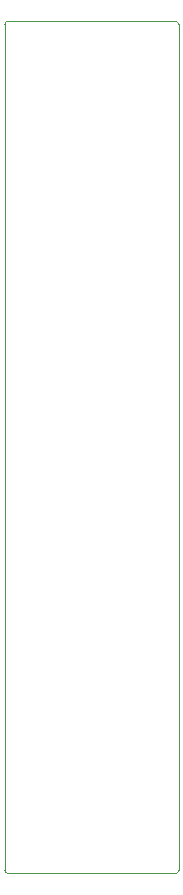
<source format=gbr>
%TF.GenerationSoftware,KiCad,Pcbnew,9.0.4*%
%TF.CreationDate,2025-11-09T10:18:35+13:00*%
%TF.ProjectId,AWS_CPU_Jumper,4157535f-4350-4555-9f4a-756d7065722e,rev?*%
%TF.SameCoordinates,Original*%
%TF.FileFunction,Profile,NP*%
%FSLAX46Y46*%
G04 Gerber Fmt 4.6, Leading zero omitted, Abs format (unit mm)*
G04 Created by KiCad (PCBNEW 9.0.4) date 2025-11-09 10:18:35*
%MOMM*%
%LPD*%
G01*
G04 APERTURE LIST*
%TA.AperFunction,Profile*%
%ADD10C,0.050000*%
%TD*%
G04 APERTURE END LIST*
D10*
X122428000Y-136144000D02*
G75*
G02*
X122174000Y-135890000I0J254000D01*
G01*
X136906000Y-135890000D02*
G75*
G02*
X136652000Y-136144000I-254000J0D01*
G01*
X122174000Y-64262000D02*
X122174000Y-135890000D01*
X122174000Y-64262000D02*
G75*
G02*
X122428000Y-64008000I254000J0D01*
G01*
X122428000Y-136144000D02*
X136652000Y-136144000D01*
X136906000Y-135890000D02*
X136906000Y-64262000D01*
X136652000Y-64008000D02*
X122428000Y-64008000D01*
X136652000Y-64008000D02*
G75*
G02*
X136906000Y-64262000I0J-254000D01*
G01*
M02*

</source>
